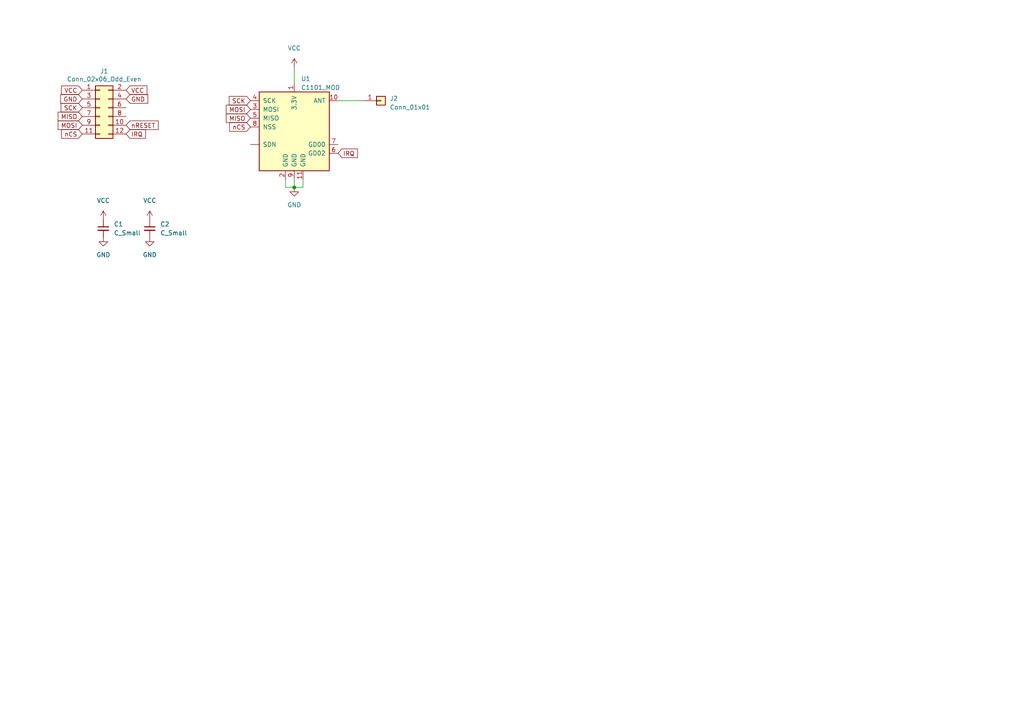
<source format=kicad_sch>
(kicad_sch (version 20230121) (generator eeschema)
  (paper "A4")
  (lib_symbols
    (symbol "AvS_Modules:CC1101_MOD" (pin_names (offset 1.016))
      (property "Reference" "U" (at -10.414 11.684 0))
      (property "Value" "C1101_MOD" (at 1.524 11.43 0))
      (symbol "CC1101_MOD_0_1"
        (rectangle (start -10.16 10.16) (end 10.16 -12.7) (stroke (width 0.254)) (fill (type background)))
      )
      (symbol "CC1101_MOD_1_1"
        (pin bidirectional line (at -12.7 -5.08 0) (length 2.54) (name "SDN") (number ""))
        (pin power_in line (at 0 12.7 270) (length 2.54) (name "3.3V") (number "1"))
        (pin bidirectional line (at 12.7 7.62 180) (length 2.54) (name "ANT") (number "10"))
        (pin power_in line (at 2.54 -15.24 90) (length 2.54) (name "GND") (number "11"))
        (pin power_in line (at -2.54 -15.24 90) (length 2.54) (name "GND") (number "2"))
        (pin input line (at -12.7 5.08 0) (length 2.54) (name "MOSI") (number "3"))
        (pin input line (at -12.7 7.62 0) (length 2.54) (name "SCK") (number "4"))
        (pin output line (at -12.7 2.54 0) (length 2.54) (name "MISO") (number "5"))
        (pin bidirectional line (at 12.7 -7.62 180) (length 2.54) (name "GD02") (number "6"))
        (pin bidirectional line (at 12.7 -5.08 180) (length 2.54) (name "GD00") (number "7"))
        (pin input line (at -12.7 0 0) (length 2.54) (name "NSS") (number "8"))
        (pin power_in line (at 0 -15.24 90) (length 2.54) (name "GND") (number "9"))
      )
    )
    (symbol "Connector_Generic:Conn_01x01" (pin_names (offset 1.016) hide)
      (property "Reference" "J" (at 0 2.54 0))
      (property "Value" "Conn_01x01" (at 0 -2.54 0))
      (symbol "Conn_01x01_1_1"
        (rectangle (start -1.27 0.127) (end 0 -0.127) (stroke (width 0.1524)))
        (rectangle (start -1.27 1.27) (end 1.27 -1.27) (stroke (width 0.254)) (fill (type background)))
        (pin passive line (at -5.08 0 0) (length 3.81) (name "Pin_1") (number "1"))
      )
    )
    (symbol "Connector_Generic:Conn_02x06_Odd_Even" (pin_names (offset 1.016) hide)
      (property "Reference" "J" (at 1.27 7.62 0))
      (property "Value" "Conn_02x06_Odd_Even" (at 1.27 -10.16 0))
      (symbol "Conn_02x06_Odd_Even_1_1"
        (rectangle (start -1.27 -7.493) (end 0 -7.747) (stroke (width 0.1524)))
        (rectangle (start -1.27 -4.953) (end 0 -5.207) (stroke (width 0.1524)))
        (rectangle (start -1.27 -2.413) (end 0 -2.667) (stroke (width 0.1524)))
        (rectangle (start -1.27 0.127) (end 0 -0.127) (stroke (width 0.1524)))
        (rectangle (start -1.27 2.667) (end 0 2.413) (stroke (width 0.1524)))
        (rectangle (start -1.27 5.207) (end 0 4.953) (stroke (width 0.1524)))
        (rectangle (start -1.27 6.35) (end 3.81 -8.89) (stroke (width 0.254)) (fill (type background)))
        (rectangle (start 3.81 -7.493) (end 2.54 -7.747) (stroke (width 0.1524)))
        (rectangle (start 3.81 -4.953) (end 2.54 -5.207) (stroke (width 0.1524)))
        (rectangle (start 3.81 -2.413) (end 2.54 -2.667) (stroke (width 0.1524)))
        (rectangle (start 3.81 0.127) (end 2.54 -0.127) (stroke (width 0.1524)))
        (rectangle (start 3.81 2.667) (end 2.54 2.413) (stroke (width 0.1524)))
        (rectangle (start 3.81 5.207) (end 2.54 4.953) (stroke (width 0.1524)))
        (pin passive line (at -5.08 5.08 0) (length 3.81) (name "Pin_1") (number "1"))
        (pin passive line (at 7.62 -5.08 180) (length 3.81) (name "Pin_10") (number "10"))
        (pin passive line (at -5.08 -7.62 0) (length 3.81) (name "Pin_11") (number "11"))
        (pin passive line (at 7.62 -7.62 180) (length 3.81) (name "Pin_12") (number "12"))
        (pin passive line (at 7.62 5.08 180) (length 3.81) (name "Pin_2") (number "2"))
        (pin passive line (at -5.08 2.54 0) (length 3.81) (name "Pin_3") (number "3"))
        (pin passive line (at 7.62 2.54 180) (length 3.81) (name "Pin_4") (number "4"))
        (pin passive line (at -5.08 0 0) (length 3.81) (name "Pin_5") (number "5"))
        (pin passive line (at 7.62 0 180) (length 3.81) (name "Pin_6") (number "6"))
        (pin passive line (at -5.08 -2.54 0) (length 3.81) (name "Pin_7") (number "7"))
        (pin passive line (at 7.62 -2.54 180) (length 3.81) (name "Pin_8") (number "8"))
        (pin passive line (at -5.08 -5.08 0) (length 3.81) (name "Pin_9") (number "9"))
      )
    )
    (symbol "Device:C_Small" (pin_numbers hide) (pin_names (offset 0.254) hide)
      (property "Reference" "C" (at 0.254 1.778 0))
      (property "Value" "C_Small" (at 0.254 -2.032 0))
      (symbol "C_Small_0_1"
        (polyline (pts (xy -1.524 -0.508) (xy 1.524 -0.508)) (stroke (width 0.3302)))
        (polyline (pts (xy -1.524 0.508) (xy 1.524 0.508)) (stroke (width 0.3048)))
      )
      (symbol "C_Small_1_1"
        (pin passive line (at 0 2.54 270) (length 2.032) (name "~") (number "1"))
        (pin passive line (at 0 -2.54 90) (length 2.032) (name "~") (number "2"))
      )
    )
    (symbol "power:GND" (power) (pin_names (offset 0))
      (property "Value" "GND" (at 0 -3.81 0))
      (symbol "GND_0_1"
        (polyline (pts (xy 0 0) (xy 0 -1.27) (xy 1.27 -1.27) (xy 0 -2.54) (xy -1.27 -1.27) (xy 0 -1.27)))
      )
      (symbol "GND_1_1"
        (pin power_in line (at 0 0 270) (length 0) hide (name "GND") (number "1"))
      )
    )
    (symbol "power:VCC" (power) (pin_names (offset 0))
      (property "Value" "VCC" (at 0 3.81 0))
      (symbol "VCC_0_1"
        (polyline (pts (xy -0.762 1.27) (xy 0 2.54)))
        (polyline (pts (xy 0 0) (xy 0 2.54)))
        (polyline (pts (xy 0 2.54) (xy 0.762 1.27)))
      )
      (symbol "VCC_1_1"
        (pin power_in line (at 0 0 90) (length 0) hide (name "VCC") (number "1"))
      )
    )
  )
  (junction (at 85.344 54.356))
  (wire (pts (xy 87.884 52.07) (xy 87.884 54.356)))
  (wire (pts (xy 85.344 54.356) (xy 87.884 54.356)))
  (wire (pts (xy 98.044 29.21) (xy 105.41 29.21)))
  (wire (pts (xy 85.344 19.558) (xy 85.344 24.13)))
  (wire (pts (xy 85.344 54.356) (xy 82.804 54.356)))
  (wire (pts (xy 85.344 54.356) (xy 85.344 52.07)))
  (wire (pts (xy 82.804 52.07) (xy 82.804 54.356)))
  (global_label "MISO" (shape input) (at 23.876 33.782 180) (property "Intersheetrefs" "${INTERSHEET_REFS}" (effects hide)) (property "Intersheet-verwijzingen" "${INTERSHEET_REFS}" (effects hide)))
  (global_label "GND" (shape input) (at 36.576 28.702 0) (property "Intersheetrefs" "${INTERSHEET_REFS}" (effects hide)) (property "Intersheet-verwijzingen" "${INTERSHEET_REFS}" (effects hide)))
  (global_label "VCC" (shape input) (at 23.876 26.162 180) (property "Intersheetrefs" "${INTERSHEET_REFS}" (effects hide)) (property "Intersheet-verwijzingen" "${INTERSHEET_REFS}" (effects hide)))
  (global_label "nCS" (shape input) (at 72.644 36.83 180) (property "Intersheetrefs" "${INTERSHEET_REFS}" (effects hide)) (property "Intersheet-verwijzingen" "${INTERSHEET_REFS}" (effects hide)))
  (global_label "GND" (shape input) (at 23.876 28.702 180) (property "Intersheetrefs" "${INTERSHEET_REFS}" (effects hide)) (property "Intersheet-verwijzingen" "${INTERSHEET_REFS}" (effects hide)))
  (global_label "SCK" (shape input) (at 23.876 31.242 180) (property "Intersheetrefs" "${INTERSHEET_REFS}" (effects hide)) (property "Intersheet-verwijzingen" "${INTERSHEET_REFS}" (effects hide)))
  (global_label "nCS" (shape input) (at 23.876 38.862 180) (property "Intersheetrefs" "${INTERSHEET_REFS}" (effects hide)) (property "Intersheet-verwijzingen" "${INTERSHEET_REFS}" (effects hide)))
  (global_label "VCC" (shape input) (at 36.576 26.162 0) (property "Intersheetrefs" "${INTERSHEET_REFS}" (effects hide)) (property "Intersheet-verwijzingen" "${INTERSHEET_REFS}" (effects hide)))
  (global_label "IRQ" (shape input) (at 98.044 44.45 0) (property "Intersheetrefs" "${INTERSHEET_REFS}" (effects hide)) (property "Intersheet-verwijzingen" "${INTERSHEET_REFS}" (effects hide)))
  (global_label "IRQ" (shape input) (at 36.576 38.862 0) (property "Intersheetrefs" "${INTERSHEET_REFS}" (effects hide)) (property "Intersheet-verwijzingen" "${INTERSHEET_REFS}" (effects hide)))
  (global_label "MISO" (shape input) (at 72.644 34.29 180) (property "Intersheetrefs" "${INTERSHEET_REFS}" (effects hide)) (property "Intersheet-verwijzingen" "${INTERSHEET_REFS}" (effects hide)))
  (global_label "MOSI" (shape input) (at 72.644 31.75 180) (property "Intersheetrefs" "${INTERSHEET_REFS}" (effects hide)) (property "Intersheet-verwijzingen" "${INTERSHEET_REFS}" (effects hide)))
  (global_label "nRESET" (shape input) (at 36.576 36.322 0) (property "Intersheetrefs" "${INTERSHEET_REFS}" (effects hide)) (property "Intersheet-verwijzingen" "${INTERSHEET_REFS}" (effects hide)))
  (global_label "SCK" (shape input) (at 72.644 29.21 180) (property "Intersheetrefs" "${INTERSHEET_REFS}" (effects hide)) (property "Intersheet-verwijzingen" "${INTERSHEET_REFS}" (effects hide)))
  (global_label "MOSI" (shape input) (at 23.876 36.322 180) (property "Intersheetrefs" "${INTERSHEET_REFS}" (effects hide)) (property "Intersheet-verwijzingen" "${INTERSHEET_REFS}" (effects hide)))
  (symbol (lib_id "Connector_Generic:Conn_02x06_Odd_Even") (at 28.956 31.242 0) (unit 1)
    (property "Reference" "J1" (at 30.226 20.6502 0))
    (property "Value" "Conn_02x06_Odd_Even" (at 30.226 22.9616 0))
    (property "Footprint" "Connector_PinHeader_2.54mm:PinHeader_2x06_P2.54mm_Horizontal" (effects hide))
  )
  (symbol (lib_id "power:GND") (at 43.434 68.834 0) (unit 1)
    (property "Reference" "#PWR04" (effects hide))
    (property "Value" "GND" (at 43.434 73.914 0))
  )
  (symbol (lib_id "AvS_Modules:CC1101_MOD") (at 85.344 36.83 0) (unit 1)
    (property "Reference" "U1" (at 87.2999 22.86 0) (effects (justify left)))
    (property "Value" "C1101_MOD" (at 87.2999 25.4 0) (effects (justify left)))
    (property "Footprint" "AvS_Modules:CC1101_MOD" (effects hide))
  )
  (symbol (lib_id "Connector_Generic:Conn_01x01") (at 110.49 29.21 0) (unit 1)
    (property "Reference" "J2" (at 113.03 28.575 0) (effects (justify left)))
    (property "Value" "Conn_01x01" (at 113.03 31.115 0) (effects (justify left)))
    (property "Footprint" "Connector_PinHeader_2.54mm:PinHeader_1x01_P2.54mm_Vertical" (effects hide))
  )
  (symbol (lib_id "power:GND") (at 29.972 68.834 0) (unit 1)
    (property "Reference" "#PWR02" (effects hide))
    (property "Value" "GND" (at 29.972 73.914 0))
  )
  (symbol (lib_id "power:GND") (at 85.344 54.356 0) (unit 1)
    (property "Reference" "#PWR06" (effects hide))
    (property "Value" "GND" (at 85.344 59.436 0))
  )
  (symbol (lib_id "Device:C_Small") (at 29.972 66.294 0) (unit 1)
    (property "Reference" "C1" (at 33.02 65.0302 0) (effects (justify left)))
    (property "Value" "C_Small" (at 33.02 67.5702 0) (effects (justify left)))
    (property "Footprint" "Capacitor_SMD:C_0805_2012Metric_Pad1.18x1.45mm_HandSolder" (effects hide))
  )
  (symbol (lib_id "power:VCC") (at 85.344 19.558 0) (unit 1)
    (property "Reference" "#PWR05" (effects hide))
    (property "Value" "VCC" (at 85.344 13.97 0))
  )
  (symbol (lib_id "power:VCC") (at 43.434 63.754 0) (unit 1)
    (property "Reference" "#PWR03" (effects hide))
    (property "Value" "VCC" (at 43.434 58.166 0))
  )
  (symbol (lib_id "power:VCC") (at 29.972 63.754 0) (unit 1)
    (property "Reference" "#PWR01" (effects hide))
    (property "Value" "VCC" (at 29.972 58.166 0))
  )
  (symbol (lib_id "Device:C_Small") (at 43.434 66.294 0) (unit 1)
    (property "Reference" "C2" (at 46.482 65.0302 0) (effects (justify left)))
    (property "Value" "C_Small" (at 46.482 67.5702 0) (effects (justify left)))
    (property "Footprint" "Capacitor_SMD:C_0805_2012Metric_Pad1.18x1.45mm_HandSolder" (effects hide))
  )
)
</source>
